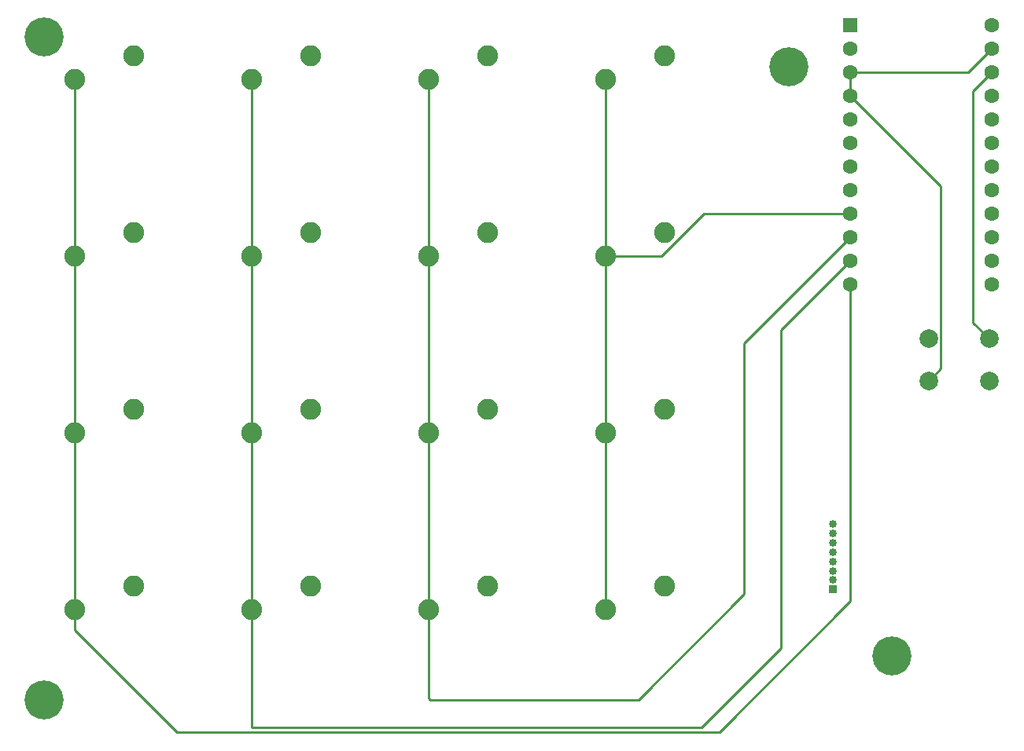
<source format=gbl>
G04 #@! TF.GenerationSoftware,KiCad,Pcbnew,(5.1.9-0-10_14)*
G04 #@! TF.CreationDate,2021-01-09T16:16:35-06:00*
G04 #@! TF.ProjectId,16-key,31362d6b-6579-42e6-9b69-6361645f7063,rev?*
G04 #@! TF.SameCoordinates,Original*
G04 #@! TF.FileFunction,Copper,L2,Bot*
G04 #@! TF.FilePolarity,Positive*
%FSLAX46Y46*%
G04 Gerber Fmt 4.6, Leading zero omitted, Abs format (unit mm)*
G04 Created by KiCad (PCBNEW (5.1.9-0-10_14)) date 2021-01-09 16:16:35*
%MOMM*%
%LPD*%
G01*
G04 APERTURE LIST*
G04 #@! TA.AperFunction,ComponentPad*
%ADD10C,4.200000*%
G04 #@! TD*
G04 #@! TA.AperFunction,ComponentPad*
%ADD11O,0.850000X0.850000*%
G04 #@! TD*
G04 #@! TA.AperFunction,ComponentPad*
%ADD12R,0.850000X0.850000*%
G04 #@! TD*
G04 #@! TA.AperFunction,ComponentPad*
%ADD13C,1.600000*%
G04 #@! TD*
G04 #@! TA.AperFunction,ComponentPad*
%ADD14R,1.600000X1.600000*%
G04 #@! TD*
G04 #@! TA.AperFunction,ComponentPad*
%ADD15C,2.000000*%
G04 #@! TD*
G04 #@! TA.AperFunction,ComponentPad*
%ADD16C,2.250000*%
G04 #@! TD*
G04 #@! TA.AperFunction,Conductor*
%ADD17C,0.250000*%
G04 #@! TD*
G04 APERTURE END LIST*
D10*
G04 #@! TO.P,,*
G04 #@! TO.N,*
X180181250Y-92868750D03*
G04 #@! TD*
G04 #@! TO.P,,*
G04 #@! TO.N,*
X169068750Y-29368750D03*
G04 #@! TD*
G04 #@! TO.P,,*
G04 #@! TO.N,*
X88900000Y-26193750D03*
G04 #@! TD*
G04 #@! TO.P,,*
G04 #@! TO.N,*
X88900000Y-97631250D03*
G04 #@! TD*
D11*
G04 #@! TO.P,MICROSD1,8*
G04 #@! TO.N,+5V*
X173831250Y-78725000D03*
G04 #@! TO.P,MICROSD1,7*
G04 #@! TO.N,3V*
X173831250Y-79725000D03*
G04 #@! TO.P,MICROSD1,6*
G04 #@! TO.N,GND*
X173831250Y-80725000D03*
G04 #@! TO.P,MICROSD1,5*
G04 #@! TO.N,CLK*
X173831250Y-81725000D03*
G04 #@! TO.P,MICROSD1,4*
G04 #@! TO.N,DO*
X173831250Y-82725000D03*
G04 #@! TO.P,MICROSD1,3*
G04 #@! TO.N,DI*
X173831250Y-83725000D03*
G04 #@! TO.P,MICROSD1,2*
G04 #@! TO.N,CS*
X173831250Y-84725000D03*
D12*
G04 #@! TO.P,MICROSD1,1*
G04 #@! TO.N,CO*
X173831250Y-85725000D03*
G04 #@! TD*
D13*
G04 #@! TO.P,U1,24*
G04 #@! TO.N,Net-(U1-Pad24)*
X190976250Y-24923750D03*
G04 #@! TO.P,U1,23*
G04 #@! TO.N,GND*
X190976250Y-27463750D03*
G04 #@! TO.P,U1,22*
G04 #@! TO.N,Net-(R1-Pad1)*
X190976250Y-30003750D03*
G04 #@! TO.P,U1,21*
G04 #@! TO.N,+5V*
X190976250Y-32543750D03*
G04 #@! TO.P,U1,20*
G04 #@! TO.N,Net-(U1-Pad20)*
X190976250Y-35083750D03*
G04 #@! TO.P,U1,19*
G04 #@! TO.N,Net-(U1-Pad19)*
X190976250Y-37623750D03*
G04 #@! TO.P,U1,18*
G04 #@! TO.N,CO*
X190976250Y-40163750D03*
G04 #@! TO.P,U1,17*
G04 #@! TO.N,CS*
X190976250Y-42703750D03*
G04 #@! TO.P,U1,16*
G04 #@! TO.N,CLK*
X190976250Y-45243750D03*
G04 #@! TO.P,U1,15*
G04 #@! TO.N,DO*
X190976250Y-47783750D03*
G04 #@! TO.P,U1,14*
G04 #@! TO.N,DI*
X190976250Y-50323750D03*
G04 #@! TO.P,U1,13*
G04 #@! TO.N,Net-(U1-Pad13)*
X190976250Y-52863750D03*
G04 #@! TO.P,U1,12*
G04 #@! TO.N,Net-(U1-Pad12)*
X175736250Y-52863750D03*
G04 #@! TO.P,U1,11*
G04 #@! TO.N,Net-(U1-Pad11)*
X175736250Y-50323750D03*
G04 #@! TO.P,U1,10*
G04 #@! TO.N,Net-(U1-Pad10)*
X175736250Y-47783750D03*
G04 #@! TO.P,U1,9*
G04 #@! TO.N,Net-(U1-Pad9)*
X175736250Y-45243750D03*
G04 #@! TO.P,U1,8*
G04 #@! TO.N,Net-(U1-Pad8)*
X175736250Y-42703750D03*
G04 #@! TO.P,U1,7*
G04 #@! TO.N,Net-(U1-Pad7)*
X175736250Y-40163750D03*
G04 #@! TO.P,U1,6*
G04 #@! TO.N,Net-(U1-Pad6)*
X175736250Y-37623750D03*
G04 #@! TO.P,U1,5*
G04 #@! TO.N,Net-(U1-Pad5)*
X175736250Y-35083750D03*
G04 #@! TO.P,U1,4*
G04 #@! TO.N,GND*
X175736250Y-32543750D03*
G04 #@! TO.P,U1,3*
X175736250Y-30003750D03*
G04 #@! TO.P,U1,2*
G04 #@! TO.N,Net-(U1-Pad2)*
X175736250Y-27463750D03*
D14*
G04 #@! TO.P,U1,1*
G04 #@! TO.N,Net-(U1-Pad1)*
X175736250Y-24923750D03*
G04 #@! TD*
D15*
G04 #@! TO.P,RESET1,1*
G04 #@! TO.N,Net-(R1-Pad1)*
X190650000Y-58737500D03*
G04 #@! TO.P,RESET1,2*
G04 #@! TO.N,GND*
X190650000Y-63237500D03*
G04 #@! TO.P,RESET1,1*
G04 #@! TO.N,Net-(R1-Pad1)*
X184150000Y-58737500D03*
G04 #@! TO.P,RESET1,2*
G04 #@! TO.N,GND*
X184150000Y-63237500D03*
G04 #@! TD*
D16*
G04 #@! TO.P,MX16,2*
G04 #@! TO.N,Net-(D16-Pad2)*
X155733750Y-85407500D03*
G04 #@! TO.P,MX16,1*
G04 #@! TO.N,COL3*
X149383750Y-87947500D03*
G04 #@! TD*
G04 #@! TO.P,MX15,2*
G04 #@! TO.N,Net-(D15-Pad2)*
X136683750Y-85407500D03*
G04 #@! TO.P,MX15,1*
G04 #@! TO.N,COL2*
X130333750Y-87947500D03*
G04 #@! TD*
G04 #@! TO.P,MX14,2*
G04 #@! TO.N,Net-(D14-Pad2)*
X117633750Y-85407500D03*
G04 #@! TO.P,MX14,1*
G04 #@! TO.N,COL1*
X111283750Y-87947500D03*
G04 #@! TD*
G04 #@! TO.P,MX13,2*
G04 #@! TO.N,Net-(D13-Pad2)*
X98583750Y-85407500D03*
G04 #@! TO.P,MX13,1*
G04 #@! TO.N,COL0*
X92233750Y-87947500D03*
G04 #@! TD*
G04 #@! TO.P,MX12,2*
G04 #@! TO.N,Net-(D12-Pad2)*
X155733750Y-66357500D03*
G04 #@! TO.P,MX12,1*
G04 #@! TO.N,COL3*
X149383750Y-68897500D03*
G04 #@! TD*
G04 #@! TO.P,MX11,2*
G04 #@! TO.N,Net-(D11-Pad2)*
X136683750Y-66357500D03*
G04 #@! TO.P,MX11,1*
G04 #@! TO.N,COL2*
X130333750Y-68897500D03*
G04 #@! TD*
G04 #@! TO.P,MX10,2*
G04 #@! TO.N,Net-(D10-Pad2)*
X117633750Y-66357500D03*
G04 #@! TO.P,MX10,1*
G04 #@! TO.N,COL1*
X111283750Y-68897500D03*
G04 #@! TD*
G04 #@! TO.P,MX9,2*
G04 #@! TO.N,Net-(D9-Pad2)*
X98583750Y-66357500D03*
G04 #@! TO.P,MX9,1*
G04 #@! TO.N,COL0*
X92233750Y-68897500D03*
G04 #@! TD*
G04 #@! TO.P,MX8,2*
G04 #@! TO.N,Net-(D8-Pad2)*
X155733750Y-47307500D03*
G04 #@! TO.P,MX8,1*
G04 #@! TO.N,COL3*
X149383750Y-49847500D03*
G04 #@! TD*
G04 #@! TO.P,MX7,2*
G04 #@! TO.N,Net-(D7-Pad2)*
X136683750Y-47307500D03*
G04 #@! TO.P,MX7,1*
G04 #@! TO.N,COL2*
X130333750Y-49847500D03*
G04 #@! TD*
G04 #@! TO.P,MX6,2*
G04 #@! TO.N,Net-(D6-Pad2)*
X117633750Y-47307500D03*
G04 #@! TO.P,MX6,1*
G04 #@! TO.N,COL1*
X111283750Y-49847500D03*
G04 #@! TD*
G04 #@! TO.P,MX5,2*
G04 #@! TO.N,Net-(D5-Pad2)*
X98583750Y-47307500D03*
G04 #@! TO.P,MX5,1*
G04 #@! TO.N,COL0*
X92233750Y-49847500D03*
G04 #@! TD*
G04 #@! TO.P,MX4,2*
G04 #@! TO.N,Net-(D4-Pad2)*
X155733750Y-28257500D03*
G04 #@! TO.P,MX4,1*
G04 #@! TO.N,COL3*
X149383750Y-30797500D03*
G04 #@! TD*
G04 #@! TO.P,MX3,2*
G04 #@! TO.N,Net-(D3-Pad2)*
X136683750Y-28257500D03*
G04 #@! TO.P,MX3,1*
G04 #@! TO.N,COL2*
X130333750Y-30797500D03*
G04 #@! TD*
G04 #@! TO.P,MX2,2*
G04 #@! TO.N,Net-(D2-Pad2)*
X117633750Y-28257500D03*
G04 #@! TO.P,MX2,1*
G04 #@! TO.N,COL1*
X111283750Y-30797500D03*
G04 #@! TD*
G04 #@! TO.P,MX1,2*
G04 #@! TO.N,Net-(D1-Pad2)*
X98583750Y-28257500D03*
G04 #@! TO.P,MX1,1*
G04 #@! TO.N,COL0*
X92233750Y-30797500D03*
G04 #@! TD*
D17*
G04 #@! TO.N,COL0*
X103221785Y-101097509D02*
X161633741Y-101097509D01*
X92233750Y-90109474D02*
X103221785Y-101097509D01*
X92233750Y-30797500D02*
X92233750Y-90109474D01*
X175736250Y-86995000D02*
X175736250Y-52863750D01*
X161633741Y-101097509D02*
X175736250Y-86995000D01*
G04 #@! TO.N,COL1*
X111283750Y-30797500D02*
X111283750Y-100647500D01*
X111283750Y-100647500D02*
X159702500Y-100647500D01*
X159702500Y-100647500D02*
X168275000Y-92075000D01*
X168275000Y-57785000D02*
X175736250Y-50323750D01*
X168275000Y-92075000D02*
X168275000Y-57785000D01*
G04 #@! TO.N,COL2*
X130333750Y-30797500D02*
X130333750Y-97472500D01*
X130333750Y-97472500D02*
X130492500Y-97631250D01*
X152906002Y-97631250D02*
X164306250Y-86231002D01*
X130492500Y-97631250D02*
X152906002Y-97631250D01*
X164306250Y-59213750D02*
X175736250Y-47783750D01*
X164306250Y-86231002D02*
X164306250Y-59213750D01*
G04 #@! TO.N,COL3*
X149383750Y-30797500D02*
X149383750Y-87947500D01*
X159943502Y-45243750D02*
X175736250Y-45243750D01*
X155339752Y-49847500D02*
X159943502Y-45243750D01*
X149383750Y-49847500D02*
X155339752Y-49847500D01*
G04 #@! TO.N,Net-(R1-Pad1)*
X190650000Y-58737500D02*
X188912500Y-57000000D01*
X188912500Y-32067500D02*
X190976250Y-30003750D01*
X188912500Y-57000000D02*
X188912500Y-32067500D01*
G04 #@! TO.N,GND*
X185475001Y-42282501D02*
X175736250Y-32543750D01*
X185475001Y-61912499D02*
X185475001Y-42282501D01*
X184150000Y-63237500D02*
X185475001Y-61912499D01*
X188436250Y-30003750D02*
X190976250Y-27463750D01*
X175736250Y-30003750D02*
X188436250Y-30003750D01*
X175736250Y-30003750D02*
X175736250Y-32543750D01*
G04 #@! TD*
M02*

</source>
